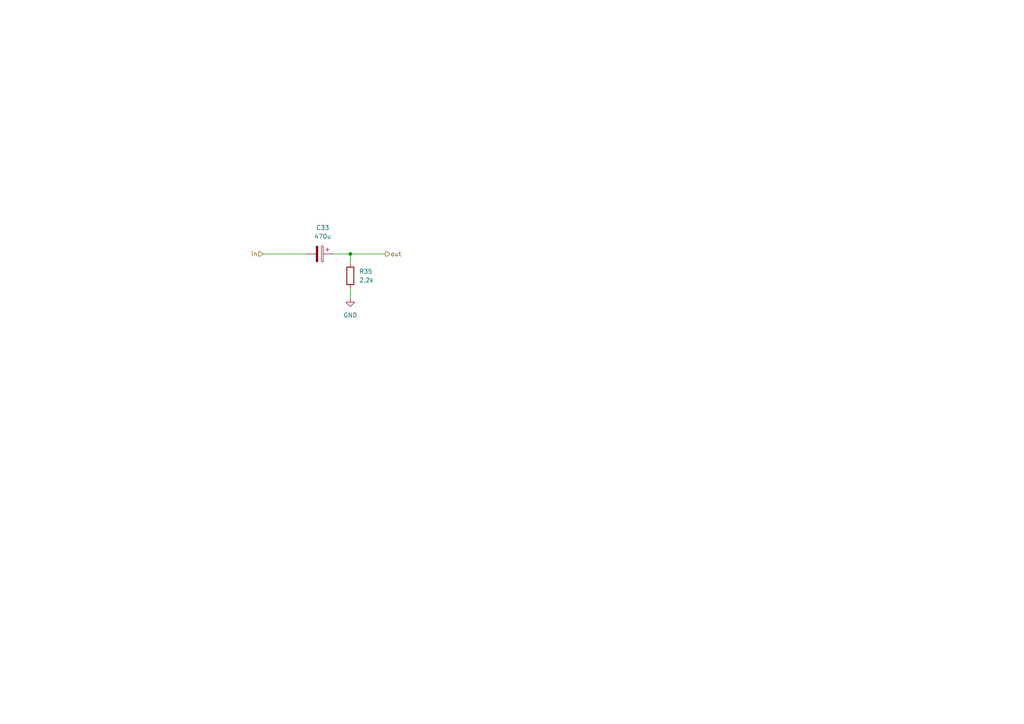
<source format=kicad_sch>
(kicad_sch
	(version 20250114)
	(generator "eeschema")
	(generator_version "9.0")
	(uuid "a176ac57-2fff-47e2-9837-54cb11a02adf")
	(paper "A4")
	(lib_symbols
		(symbol "Device:C_Polarized"
			(pin_numbers
				(hide yes)
			)
			(pin_names
				(offset 0.254)
			)
			(exclude_from_sim no)
			(in_bom yes)
			(on_board yes)
			(property "Reference" "C"
				(at 0.635 2.54 0)
				(effects
					(font
						(size 1.27 1.27)
					)
					(justify left)
				)
			)
			(property "Value" "C_Polarized"
				(at 0.635 -2.54 0)
				(effects
					(font
						(size 1.27 1.27)
					)
					(justify left)
				)
			)
			(property "Footprint" ""
				(at 0.9652 -3.81 0)
				(effects
					(font
						(size 1.27 1.27)
					)
					(hide yes)
				)
			)
			(property "Datasheet" "~"
				(at 0 0 0)
				(effects
					(font
						(size 1.27 1.27)
					)
					(hide yes)
				)
			)
			(property "Description" "Polarized capacitor"
				(at 0 0 0)
				(effects
					(font
						(size 1.27 1.27)
					)
					(hide yes)
				)
			)
			(property "ki_keywords" "cap capacitor"
				(at 0 0 0)
				(effects
					(font
						(size 1.27 1.27)
					)
					(hide yes)
				)
			)
			(property "ki_fp_filters" "CP_*"
				(at 0 0 0)
				(effects
					(font
						(size 1.27 1.27)
					)
					(hide yes)
				)
			)
			(symbol "C_Polarized_0_1"
				(rectangle
					(start -2.286 0.508)
					(end 2.286 1.016)
					(stroke
						(width 0)
						(type default)
					)
					(fill
						(type none)
					)
				)
				(polyline
					(pts
						(xy -1.778 2.286) (xy -0.762 2.286)
					)
					(stroke
						(width 0)
						(type default)
					)
					(fill
						(type none)
					)
				)
				(polyline
					(pts
						(xy -1.27 2.794) (xy -1.27 1.778)
					)
					(stroke
						(width 0)
						(type default)
					)
					(fill
						(type none)
					)
				)
				(rectangle
					(start 2.286 -0.508)
					(end -2.286 -1.016)
					(stroke
						(width 0)
						(type default)
					)
					(fill
						(type outline)
					)
				)
			)
			(symbol "C_Polarized_1_1"
				(pin passive line
					(at 0 3.81 270)
					(length 2.794)
					(name "~"
						(effects
							(font
								(size 1.27 1.27)
							)
						)
					)
					(number "1"
						(effects
							(font
								(size 1.27 1.27)
							)
						)
					)
				)
				(pin passive line
					(at 0 -3.81 90)
					(length 2.794)
					(name "~"
						(effects
							(font
								(size 1.27 1.27)
							)
						)
					)
					(number "2"
						(effects
							(font
								(size 1.27 1.27)
							)
						)
					)
				)
			)
			(embedded_fonts no)
		)
		(symbol "Device:R"
			(pin_numbers
				(hide yes)
			)
			(pin_names
				(offset 0)
			)
			(exclude_from_sim no)
			(in_bom yes)
			(on_board yes)
			(property "Reference" "R"
				(at 2.032 0 90)
				(effects
					(font
						(size 1.27 1.27)
					)
				)
			)
			(property "Value" "R"
				(at 0 0 90)
				(effects
					(font
						(size 1.27 1.27)
					)
				)
			)
			(property "Footprint" ""
				(at -1.778 0 90)
				(effects
					(font
						(size 1.27 1.27)
					)
					(hide yes)
				)
			)
			(property "Datasheet" "~"
				(at 0 0 0)
				(effects
					(font
						(size 1.27 1.27)
					)
					(hide yes)
				)
			)
			(property "Description" "Resistor"
				(at 0 0 0)
				(effects
					(font
						(size 1.27 1.27)
					)
					(hide yes)
				)
			)
			(property "ki_keywords" "R res resistor"
				(at 0 0 0)
				(effects
					(font
						(size 1.27 1.27)
					)
					(hide yes)
				)
			)
			(property "ki_fp_filters" "R_*"
				(at 0 0 0)
				(effects
					(font
						(size 1.27 1.27)
					)
					(hide yes)
				)
			)
			(symbol "R_0_1"
				(rectangle
					(start -1.016 -2.54)
					(end 1.016 2.54)
					(stroke
						(width 0.254)
						(type default)
					)
					(fill
						(type none)
					)
				)
			)
			(symbol "R_1_1"
				(pin passive line
					(at 0 3.81 270)
					(length 1.27)
					(name "~"
						(effects
							(font
								(size 1.27 1.27)
							)
						)
					)
					(number "1"
						(effects
							(font
								(size 1.27 1.27)
							)
						)
					)
				)
				(pin passive line
					(at 0 -3.81 90)
					(length 1.27)
					(name "~"
						(effects
							(font
								(size 1.27 1.27)
							)
						)
					)
					(number "2"
						(effects
							(font
								(size 1.27 1.27)
							)
						)
					)
				)
			)
			(embedded_fonts no)
		)
		(symbol "power:GND"
			(power)
			(pin_numbers
				(hide yes)
			)
			(pin_names
				(offset 0)
				(hide yes)
			)
			(exclude_from_sim no)
			(in_bom yes)
			(on_board yes)
			(property "Reference" "#PWR"
				(at 0 -6.35 0)
				(effects
					(font
						(size 1.27 1.27)
					)
					(hide yes)
				)
			)
			(property "Value" "GND"
				(at 0 -3.81 0)
				(effects
					(font
						(size 1.27 1.27)
					)
				)
			)
			(property "Footprint" ""
				(at 0 0 0)
				(effects
					(font
						(size 1.27 1.27)
					)
					(hide yes)
				)
			)
			(property "Datasheet" ""
				(at 0 0 0)
				(effects
					(font
						(size 1.27 1.27)
					)
					(hide yes)
				)
			)
			(property "Description" "Power symbol creates a global label with name \"GND\" , ground"
				(at 0 0 0)
				(effects
					(font
						(size 1.27 1.27)
					)
					(hide yes)
				)
			)
			(property "ki_keywords" "global power"
				(at 0 0 0)
				(effects
					(font
						(size 1.27 1.27)
					)
					(hide yes)
				)
			)
			(symbol "GND_0_1"
				(polyline
					(pts
						(xy 0 0) (xy 0 -1.27) (xy 1.27 -1.27) (xy 0 -2.54) (xy -1.27 -1.27) (xy 0 -1.27)
					)
					(stroke
						(width 0)
						(type default)
					)
					(fill
						(type none)
					)
				)
			)
			(symbol "GND_1_1"
				(pin power_in line
					(at 0 0 270)
					(length 0)
					(name "~"
						(effects
							(font
								(size 1.27 1.27)
							)
						)
					)
					(number "1"
						(effects
							(font
								(size 1.27 1.27)
							)
						)
					)
				)
			)
			(embedded_fonts no)
		)
	)
	(junction
		(at 101.6 73.66)
		(diameter 0)
		(color 0 0 0 0)
		(uuid "1fe4b38e-34f5-433f-af4d-23a8d93b67fe")
	)
	(wire
		(pts
			(xy 101.6 73.66) (xy 111.76 73.66)
		)
		(stroke
			(width 0)
			(type default)
		)
		(uuid "6fc5bfba-e3c0-4811-a7cc-8e0ca3ba7886")
	)
	(wire
		(pts
			(xy 101.6 73.66) (xy 101.6 76.2)
		)
		(stroke
			(width 0)
			(type default)
		)
		(uuid "8beb351a-0856-41f3-8adf-34dd12d9be61")
	)
	(wire
		(pts
			(xy 101.6 83.82) (xy 101.6 86.36)
		)
		(stroke
			(width 0)
			(type default)
		)
		(uuid "9bc37c70-1e4e-4493-a30d-439c566b07d8")
	)
	(wire
		(pts
			(xy 76.2 73.66) (xy 88.9 73.66)
		)
		(stroke
			(width 0)
			(type default)
		)
		(uuid "e4b42066-06f3-4977-9e42-cf0fc83b750a")
	)
	(wire
		(pts
			(xy 96.52 73.66) (xy 101.6 73.66)
		)
		(stroke
			(width 0)
			(type default)
		)
		(uuid "f867a131-9c9e-4b4d-9543-00239dfa001d")
	)
	(hierarchical_label "in"
		(shape input)
		(at 76.2 73.66 180)
		(effects
			(font
				(size 1.27 1.27)
			)
			(justify right)
		)
		(uuid "60b4e19b-1dcf-43a5-bf77-37c339f8c382")
	)
	(hierarchical_label "out"
		(shape output)
		(at 111.76 73.66 0)
		(effects
			(font
				(size 1.27 1.27)
			)
			(justify left)
		)
		(uuid "8e2cba0b-d7cf-4d4d-b6f1-04026783033f")
	)
	(symbol
		(lib_id "Device:C_Polarized")
		(at 92.71 73.66 270)
		(unit 1)
		(exclude_from_sim no)
		(in_bom yes)
		(on_board yes)
		(dnp no)
		(fields_autoplaced yes)
		(uuid "48452cd7-8c90-45ea-b17e-b597c07aa957")
		(property "Reference" "C33"
			(at 93.599 66.04 90)
			(effects
				(font
					(size 1.27 1.27)
				)
			)
		)
		(property "Value" "470u"
			(at 93.599 68.58 90)
			(effects
				(font
					(size 1.27 1.27)
				)
			)
		)
		(property "Footprint" "SamacSys_Parts:CAPAE660X980N"
			(at 88.9 74.6252 0)
			(effects
				(font
					(size 1.27 1.27)
				)
				(hide yes)
			)
		)
		(property "Datasheet" "~"
			(at 92.71 73.66 0)
			(effects
				(font
					(size 1.27 1.27)
				)
				(hide yes)
			)
		)
		(property "Description" "Polarized capacitor"
			(at 92.71 73.66 0)
			(effects
				(font
					(size 1.27 1.27)
				)
				(hide yes)
			)
		)
		(pin "2"
			(uuid "415368fd-f9e3-4749-8924-44f7ab47b336")
		)
		(pin "1"
			(uuid "a1515a9f-d8ca-4535-af42-a45b978363c4")
		)
		(instances
			(project ""
				(path "/b77251ff-4eed-421f-8c84-983bb16b8e4c/ed875355-c852-4cd7-b40d-94b9f8a3b5fb"
					(reference "C33")
					(unit 1)
				)
			)
		)
	)
	(symbol
		(lib_id "Device:R")
		(at 101.6 80.01 0)
		(unit 1)
		(exclude_from_sim no)
		(in_bom yes)
		(on_board yes)
		(dnp no)
		(fields_autoplaced yes)
		(uuid "6909ec39-b9e9-4f26-bc3c-aa379cebe228")
		(property "Reference" "R35"
			(at 104.14 78.7399 0)
			(effects
				(font
					(size 1.27 1.27)
				)
				(justify left)
			)
		)
		(property "Value" "2.2k"
			(at 104.14 81.2799 0)
			(effects
				(font
					(size 1.27 1.27)
				)
				(justify left)
			)
		)
		(property "Footprint" "Resistor_SMD:R_0603_1608Metric_Pad0.98x0.95mm_HandSolder"
			(at 99.822 80.01 90)
			(effects
				(font
					(size 1.27 1.27)
				)
				(hide yes)
			)
		)
		(property "Datasheet" "~"
			(at 101.6 80.01 0)
			(effects
				(font
					(size 1.27 1.27)
				)
				(hide yes)
			)
		)
		(property "Description" "Resistor"
			(at 101.6 80.01 0)
			(effects
				(font
					(size 1.27 1.27)
				)
				(hide yes)
			)
		)
		(pin "1"
			(uuid "a030d821-8e1b-46d0-a1a8-0d8cb4f6c65a")
		)
		(pin "2"
			(uuid "7bcd25ca-9874-476e-82cf-00afd59e770f")
		)
		(instances
			(project ""
				(path "/b77251ff-4eed-421f-8c84-983bb16b8e4c/ed875355-c852-4cd7-b40d-94b9f8a3b5fb"
					(reference "R35")
					(unit 1)
				)
			)
		)
	)
	(symbol
		(lib_id "power:GND")
		(at 101.6 86.36 0)
		(unit 1)
		(exclude_from_sim no)
		(in_bom yes)
		(on_board yes)
		(dnp no)
		(fields_autoplaced yes)
		(uuid "c2359517-219e-4fb1-9fc1-9ba4a7f44475")
		(property "Reference" "#PWR047"
			(at 101.6 92.71 0)
			(effects
				(font
					(size 1.27 1.27)
				)
				(hide yes)
			)
		)
		(property "Value" "GND"
			(at 101.6 91.44 0)
			(effects
				(font
					(size 1.27 1.27)
				)
			)
		)
		(property "Footprint" ""
			(at 101.6 86.36 0)
			(effects
				(font
					(size 1.27 1.27)
				)
				(hide yes)
			)
		)
		(property "Datasheet" ""
			(at 101.6 86.36 0)
			(effects
				(font
					(size 1.27 1.27)
				)
				(hide yes)
			)
		)
		(property "Description" "Power symbol creates a global label with name \"GND\" , ground"
			(at 101.6 86.36 0)
			(effects
				(font
					(size 1.27 1.27)
				)
				(hide yes)
			)
		)
		(pin "1"
			(uuid "62ac1905-99bb-4bfa-8b93-8983fe3bdaf8")
		)
		(instances
			(project ""
				(path "/b77251ff-4eed-421f-8c84-983bb16b8e4c/ed875355-c852-4cd7-b40d-94b9f8a3b5fb"
					(reference "#PWR047")
					(unit 1)
				)
			)
		)
	)
)

</source>
